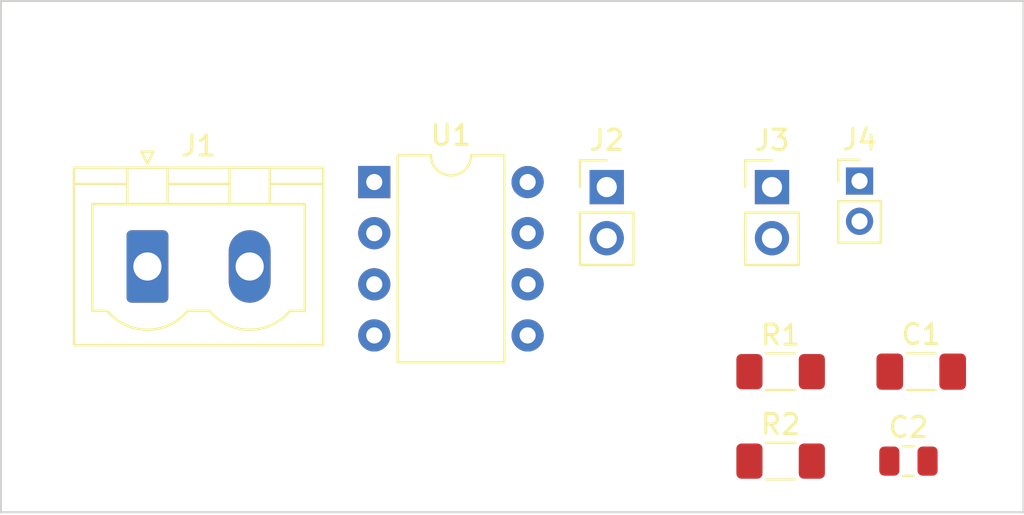
<source format=kicad_pcb>
(kicad_pcb (version 20241229) (generator "pcbnew") (generator_version "9.0")
  (layers (0 "F.Cu" signal) (2 "B.Cu" signal) (13 "F.Paste" user) (15 "B.Paste" user) (5 "F.SilkS" user "F.Silkscreen") (7 "B.SilkS" user "B.Silkscreen") (1 "F.Mask" user) (3 "B.Mask" user) (25 "Edge.Cuts" user))
  (net 0 "")
  (net 1 "+12V")
  (net 2 "GND")
  (net 3 "Net-(C2-Pad1)")
  (net 4 "Net-(J1-Pad1)")
  (net 5 "Net-(J2-Pad1)")
  (net 6 "Net-(J3-Pad1)")
  (footprint "Resistor_SMD:R_1206_3216Metric_Pad1.30x1.75mm_HandSolder" (layer "F.Cu") (at 114.935 62.865)
    (property "Reference" "R1" (at 0 -1.82 0) (layer "F.SilkS"))
    (property "Value" "R")
    (fp_line (start -0.727064 -0.91) (end 0.727064 -0.91) (stroke (width 0.12)) (layer "F.SilkS"))
    (fp_line (start -0.727064 0.91) (end 0.727064 0.91) (stroke (width 0.12)) (layer "F.SilkS"))
    (pad "1" smd roundrect (at -1.55 0) (size 1.3 1.75) (layers "F.Cu" "F.Mask" "F.Paste") (roundrect_rratio 0.192308) (net 4 "Net-(J1-Pad1)"))
    (pad "2" smd roundrect (at 1.55 0) (size 1.3 1.75) (layers "F.Cu" "F.Mask" "F.Paste") (roundrect_rratio 0.192308) (net 2 "GND"))
  )
  (footprint "Resistor_SMD:R_1206_3216Metric_Pad1.30x1.75mm_HandSolder" (layer "F.Cu") (at 114.935 67.31)
    (property "Reference" "R2" (at 0 -1.82 0) (layer "F.SilkS"))
    (property "Value" "R")
    (fp_line (start -0.727064 -0.91) (end 0.727064 -0.91) (stroke (width 0.12)) (layer "F.SilkS"))
    (fp_line (start -0.727064 0.91) (end 0.727064 0.91) (stroke (width 0.12)) (layer "F.SilkS"))
    (pad "1" smd roundrect (at -1.55 0) (size 1.3 1.75) (layers "F.Cu" "F.Mask" "F.Paste") (roundrect_rratio 0.192308) (net 6 "Net-(J3-Pad1)"))
    (pad "2" smd roundrect (at 1.55 0) (size 1.3 1.75) (layers "F.Cu" "F.Mask" "F.Paste") (roundrect_rratio 0.192308) (net 3 "Net-(C2-Pad1)"))
  )
  (footprint "Capacitor_SMD:C_1206_3216Metric_Pad1.33x1.80mm_HandSolder" (layer "F.Cu") (at 121.92 62.865)
    (property "Reference" "C1" (at 0 -1.85 0) (layer "F.SilkS"))
    (property "Value" "C")
    (fp_line (start -0.711252 -0.91) (end 0.711252 -0.91) (stroke (width 0.12)) (layer "F.SilkS"))
    (fp_line (start -0.711252 0.91) (end 0.711252 0.91) (stroke (width 0.12)) (layer "F.SilkS"))
    (pad "1" smd roundrect (at -1.5625 0) (size 1.325 1.8) (layers "F.Cu" "F.Mask" "F.Paste") (roundrect_rratio 0.188679) (net 1 "+12V"))
    (pad "2" smd roundrect (at 1.5625 0) (size 1.325 1.8) (layers "F.Cu" "F.Mask" "F.Paste") (roundrect_rratio 0.188679) (net 2 "GND"))
  )
  (footprint "Connector_PinHeader_2.54mm:PinHeader_1x02_P2.54mm_Vertical" (layer "F.Cu") (at 106.295 53.695)
    (property "Reference" "J2" (at 0 -2.33 0) (layer "F.SilkS"))
    (property "Value" "Screw_Terminal_01x02")
    (fp_line (start -1.33 -1.33) (end 0 -1.33) (stroke (width 0.12)) (layer "F.SilkS"))
    (fp_line (start -1.33 0) (end -1.33 -1.33) (stroke (width 0.12)) (layer "F.SilkS"))
    (fp_line (start -1.33 1.27) (end -1.33 3.87) (stroke (width 0.12)) (layer "F.SilkS"))
    (fp_line (start -1.33 1.27) (end 1.33 1.27) (stroke (width 0.12)) (layer "F.SilkS"))
    (fp_line (start -1.33 3.87) (end 1.33 3.87) (stroke (width 0.12)) (layer "F.SilkS"))
    (fp_line (start 1.33 1.27) (end 1.33 3.87) (stroke (width 0.12)) (layer "F.SilkS"))
    (pad "1" thru_hole rect (at 0 0) (size 1.7 1.7) (drill 1) (layers "*.Cu" "*.Mask") (net 5 "Net-(J2-Pad1)"))
    (pad "2" thru_hole oval (at 0 2.54) (size 1.7 1.7) (drill 1) (layers "*.Cu" "*.Mask") (net 2 "GND"))
  )
  (footprint "Capacitor_SMD:C_0805_2012Metric" (layer "F.Cu") (at 121.285 67.31)
    (property "Reference" "C2" (at 0 -1.68 0) (layer "F.SilkS"))
    (property "Value" "C")
    (fp_line (start -0.261252 -0.735) (end 0.261252 -0.735) (stroke (width 0.12)) (layer "F.SilkS"))
    (fp_line (start -0.261252 0.735) (end 0.261252 0.735) (stroke (width 0.12)) (layer "F.SilkS"))
    (pad "1" smd roundrect (at -0.95 0) (size 1 1.45) (layers "F.Cu" "F.Mask" "F.Paste") (net 3 "Net-(C2-Pad1)"))
    (pad "2" smd roundrect (at 0.95 0) (size 1 1.45) (layers "F.Cu" "F.Mask" "F.Paste") (net 2 "GND"))
  )
  (footprint "Connector_PinHeader_2.54mm:PinHeader_1x02_P2.54mm_Vertical" (layer "F.Cu") (at 114.505 53.695)
    (property "Reference" "J3" (at 0 -2.33 0) (layer "F.SilkS"))
    (property "Value" "Conn_01x02")
    (fp_line (start -1.33 -1.33) (end 0 -1.33) (stroke (width 0.12)) (layer "F.SilkS"))
    (fp_line (start -1.33 0) (end -1.33 -1.33) (stroke (width 0.12)) (layer "F.SilkS"))
    (fp_line (start -1.33 1.27) (end -1.33 3.87) (stroke (width 0.12)) (layer "F.SilkS"))
    (fp_line (start -1.33 1.27) (end 1.33 1.27) (stroke (width 0.12)) (layer "F.SilkS"))
    (fp_line (start -1.33 3.87) (end 1.33 3.87) (stroke (width 0.12)) (layer "F.SilkS"))
    (fp_line (start 1.33 1.27) (end 1.33 3.87) (stroke (width 0.12)) (layer "F.SilkS"))
    (pad "1" thru_hole rect (at 0 0) (size 1.7 1.7) (drill 1) (layers "*.Cu" "*.Mask") (net 6 "Net-(J3-Pad1)"))
    (pad "2" thru_hole oval (at 0 2.54) (size 1.7 1.7) (drill 1) (layers "*.Cu" "*.Mask") (net 2 "GND"))
  )
  (footprint "Package_DIP:DIP-8_W7.62mm" (layer "F.Cu") (at 94.745 53.445)
    (property "Reference" "U1" (at 3.81 -2.33 0) (layer "F.SilkS"))
    (property "Value" "TL081")
    (fp_line (start 1.16 -1.33) (end 1.16 8.95) (stroke (width 0.12)) (layer "F.SilkS"))
    (fp_line (start 1.16 8.95) (end 6.46 8.95) (stroke (width 0.12)) (layer "F.SilkS"))
    (fp_line (start 2.81 -1.33) (end 1.16 -1.33) (stroke (width 0.12)) (layer "F.SilkS"))
    (fp_line (start 6.46 -1.33) (end 4.81 -1.33) (stroke (width 0.12)) (layer "F.SilkS"))
    (fp_line (start 6.46 8.95) (end 6.46 -1.33) (stroke (width 0.12)) (layer "F.SilkS"))
    (fp_arc (start 4.81 -1.33) (mid 3.81 -0.33) (end 2.81 -1.33) (stroke (width 0.12)) (layer "F.SilkS"))
    (pad "1" thru_hole rect (at 0 0) (size 1.6 1.6) (drill 0.8) (layers "*.Cu" "*.Mask"))
    (pad "2" thru_hole oval (at 0 2.54) (size 1.6 1.6) (drill 0.8) (layers "*.Cu" "*.Mask") (net 5 "Net-(J2-Pad1)"))
    (pad "3" thru_hole oval (at 0 5.08) (size 1.6 1.6) (drill 0.8) (layers "*.Cu" "*.Mask") (net 4 "Net-(J1-Pad1)"))
    (pad "4" thru_hole oval (at 0 7.62) (size 1.6 1.6) (drill 0.8) (layers "*.Cu" "*.Mask") (net 2 "GND"))
    (pad "5" thru_hole oval (at 7.62 7.62) (size 1.6 1.6) (drill 0.8) (layers "*.Cu" "*.Mask"))
    (pad "6" thru_hole oval (at 7.62 5.08) (size 1.6 1.6) (drill 0.8) (layers "*.Cu" "*.Mask") (net 5 "Net-(J2-Pad1)"))
    (pad "7" thru_hole oval (at 7.62 2.54) (size 1.6 1.6) (drill 0.8) (layers "*.Cu" "*.Mask") (net 1 "+12V"))
    (pad "8" thru_hole oval (at 7.62 0) (size 1.6 1.6) (drill 0.8) (layers "*.Cu" "*.Mask"))
  )
  (footprint "Connector_PinHeader_2.00mm:PinHeader_1x02_P2.00mm_Vertical" (layer "F.Cu") (at 118.855 53.395)
    (property "Reference" "J4" (at 0 -2.06 0) (layer "F.SilkS"))
    (property "Value" "Conn_01x02")
    (fp_line (start -1.06 -1.06) (end 0 -1.06) (stroke (width 0.12)) (layer "F.SilkS"))
    (fp_line (start -1.06 0) (end -1.06 -1.06) (stroke (width 0.12)) (layer "F.SilkS"))
    (fp_line (start -1.06 1) (end -1.06 3.06) (stroke (width 0.12)) (layer "F.SilkS"))
    (fp_line (start -1.06 1) (end 1.06 1) (stroke (width 0.12)) (layer "F.SilkS"))
    (fp_line (start -1.06 3.06) (end 1.06 3.06) (stroke (width 0.12)) (layer "F.SilkS"))
    (fp_line (start 1.06 1) (end 1.06 3.06) (stroke (width 0.12)) (layer "F.SilkS"))
    (pad "1" thru_hole rect (at 0 0) (size 1.35 1.35) (drill 0.8) (layers "*.Cu" "*.Mask") (net 3 "Net-(C2-Pad1)"))
    (pad "2" thru_hole oval (at 0 2) (size 1.35 1.35) (drill 0.8) (layers "*.Cu" "*.Mask") (net 2 "GND"))
  )
  (footprint "Connector_Phoenix_MSTB:PhoenixContact_MSTBVA_2,5_2-G-5,08_1x02_P5.08mm_Vertical" (layer "F.Cu") (at 83.475 57.64)
    (property "Reference" "J1" (at 2.54 -6 0) (layer "F.SilkS"))
    (property "Value" "Screw_Terminal_01x02")
    (fp_line (start -3.65 -4.91) (end -3.65 3.91) (stroke (width 0.12)) (layer "F.SilkS"))
    (fp_line (start -3.65 -4.1) (end -1.11 -4.1) (stroke (width 0.12)) (layer "F.SilkS"))
    (fp_line (start -3.65 3.91) (end 8.73 3.91) (stroke (width 0.12)) (layer "F.SilkS"))
    (fp_line (start -2.74 -3.1) (end 7.82 -3.1) (stroke (width 0.12)) (layer "F.SilkS"))
    (fp_line (start -2.74 2.2) (end -2.74 -3.1) (stroke (width 0.12)) (layer "F.SilkS"))
    (fp_line (start -2 2.2) (end -2.74 2.2) (stroke (width 0.12)) (layer "F.SilkS"))
    (fp_line (start -1 -4.91) (end 1 -4.91) (stroke (width 0.12)) (layer "F.SilkS"))
    (fp_line (start -1 -3.1) (end -1 -4.91) (stroke (width 0.12)) (layer "F.SilkS"))
    (fp_line (start -0.3 -5.71) (end 0.3 -5.71) (stroke (width 0.12)) (layer "F.SilkS"))
    (fp_line (start 0 -5.11) (end -0.3 -5.71) (stroke (width 0.12)) (layer "F.SilkS"))
    (fp_line (start 0.3 -5.71) (end 0 -5.11) (stroke (width 0.12)) (layer "F.SilkS"))
    (fp_line (start 1 -4.91) (end 1 -3.1) (stroke (width 0.12)) (layer "F.SilkS"))
    (fp_line (start 1 -4.1) (end 4.08 -4.1) (stroke (width 0.12)) (layer "F.SilkS"))
    (fp_line (start 1 -3.1) (end -1 -3.1) (stroke (width 0.12)) (layer "F.SilkS"))
    (fp_line (start 2 2.2) (end 3.08 2.2) (stroke (width 0.12)) (layer "F.SilkS"))
    (fp_line (start 4.08 -4.91) (end 6.08 -4.91) (stroke (width 0.12)) (layer "F.SilkS"))
    (fp_line (start 4.08 -3.1) (end 4.08 -4.91) (stroke (width 0.12)) (layer "F.SilkS"))
    (fp_line (start 6.08 -4.91) (end 6.08 -3.1) (stroke (width 0.12)) (layer "F.SilkS"))
    (fp_line (start 6.08 -3.1) (end 4.08 -3.1) (stroke (width 0.12)) (layer "F.SilkS"))
    (fp_line (start 7.82 -3.1) (end 7.82 2.2) (stroke (width 0.12)) (layer "F.SilkS"))
    (fp_line (start 7.82 2.2) (end 7.08 2.2) (stroke (width 0.12)) (layer "F.SilkS"))
    (fp_line (start 8.73 -4.91) (end -3.65 -4.91) (stroke (width 0.12)) (layer "F.SilkS"))
    (fp_line (start 8.73 -4.1) (end 6.19 -4.1) (stroke (width 0.12)) (layer "F.SilkS"))
    (fp_line (start 8.73 3.91) (end 8.73 -4.91) (stroke (width 0.12)) (layer "F.SilkS"))
    (fp_arc (start 1.986842 2.215821) (mid -0.010289 3.142758) (end -2 2.2) (stroke (width 0.12)) (layer "F.SilkS"))
    (fp_arc (start 7.066842 2.215821) (mid 5.069711 3.142758) (end 3.08 2.2) (stroke (width 0.12)) (layer "F.SilkS"))
    (pad "1" thru_hole roundrect (at 0 0) (size 2.08 3.6) (drill 1.4) (layers "*.Cu" "*.Mask") (roundrect_rratio 0.120192) (net 4 "Net-(J1-Pad1)"))
    (pad "2" thru_hole oval (at 5.08 0) (size 2.08 3.6) (drill 1.4) (layers "*.Cu" "*.Mask") (net 1 "+12V"))
  )
  (gr_line (start 76.2 44.45) (end 127 44.45) (stroke (width 0.1)) (layer "Edge.Cuts"))
  (gr_line (start 127 69.85) (end 76.2 69.85) (stroke (width 0.1)) (layer "Edge.Cuts"))
  (gr_line (start 76.2 69.85) (end 76.2 44.45) (stroke (width 0.1)) (layer "Edge.Cuts"))
  (gr_line (start 127 44.45) (end 127 69.85) (stroke (width 0.1)) (layer "Edge.Cuts"))
)
</source>
